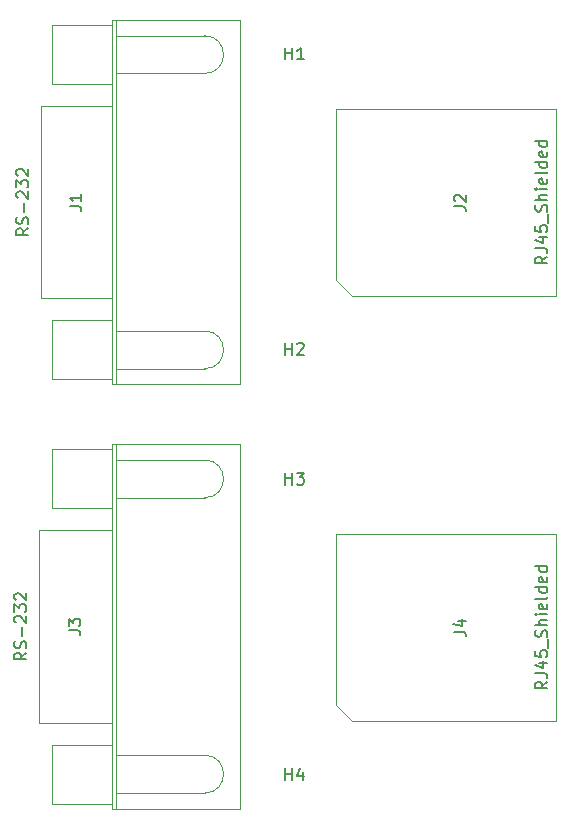
<source format=gbr>
%TF.GenerationSoftware,KiCad,Pcbnew,5.1.9+dfsg1-1~bpo10+1*%
%TF.CreationDate,2021-11-01T14:59:18+00:00*%
%TF.ProjectId,rack-ser-adapter,7261636b-2d73-4657-922d-616461707465,rev?*%
%TF.SameCoordinates,Original*%
%TF.FileFunction,Other,Fab,Top*%
%FSLAX46Y46*%
G04 Gerber Fmt 4.6, Leading zero omitted, Abs format (unit mm)*
G04 Created by KiCad (PCBNEW 5.1.9+dfsg1-1~bpo10+1) date 2021-11-01 14:59:18*
%MOMM*%
%LPD*%
G01*
G04 APERTURE LIST*
%ADD10C,0.100000*%
%ADD11C,0.150000*%
G04 APERTURE END LIST*
D10*
%TO.C,J3*%
X97220000Y-137560000D02*
X104700000Y-137560000D01*
X97220000Y-134360000D02*
X104700000Y-134360000D01*
X97220000Y-112560000D02*
X104700000Y-112560000D01*
X97220000Y-109360000D02*
X104700000Y-109360000D01*
X96820000Y-138460000D02*
X96820000Y-133460000D01*
X91820000Y-138460000D02*
X96820000Y-138460000D01*
X91820000Y-133460000D02*
X91820000Y-138460000D01*
X96820000Y-133460000D02*
X91820000Y-133460000D01*
X96820000Y-113460000D02*
X96820000Y-108460000D01*
X91820000Y-113460000D02*
X96820000Y-113460000D01*
X91820000Y-108460000D02*
X91820000Y-113460000D01*
X96820000Y-108460000D02*
X91820000Y-108460000D01*
X96820000Y-131610000D02*
X96820000Y-115310000D01*
X90650000Y-131610000D02*
X96820000Y-131610000D01*
X90650000Y-115310000D02*
X90650000Y-131610000D01*
X96820000Y-115310000D02*
X90650000Y-115310000D01*
X97220000Y-138885000D02*
X97220000Y-108035000D01*
X96820000Y-138885000D02*
X97220000Y-138885000D01*
X96820000Y-108035000D02*
X96820000Y-138885000D01*
X97220000Y-108035000D02*
X96820000Y-108035000D01*
X107700000Y-138885000D02*
X107700000Y-108035000D01*
X97220000Y-138885000D02*
X107700000Y-138885000D01*
X97220000Y-108035000D02*
X97220000Y-138885000D01*
X107700000Y-108035000D02*
X97220000Y-108035000D01*
X104700000Y-112560000D02*
G75*
G03*
X104700000Y-109360000I0J1600000D01*
G01*
X104700000Y-137560000D02*
G75*
G03*
X104700000Y-134360000I0J1600000D01*
G01*
%TO.C,J2*%
X117160000Y-95455000D02*
X115830000Y-94125000D01*
X134480000Y-79655000D02*
X134480000Y-95455000D01*
X134480000Y-79655000D02*
X115830000Y-79655000D01*
X115830000Y-79655000D02*
X115830000Y-94125000D01*
X117160000Y-95455000D02*
X134480000Y-95455000D01*
%TO.C,J1*%
X97220000Y-101640000D02*
X104700000Y-101640000D01*
X97220000Y-98440000D02*
X104700000Y-98440000D01*
X97220000Y-76640000D02*
X104700000Y-76640000D01*
X97220000Y-73440000D02*
X104700000Y-73440000D01*
X96820000Y-102540000D02*
X96820000Y-97540000D01*
X91820000Y-102540000D02*
X96820000Y-102540000D01*
X91820000Y-97540000D02*
X91820000Y-102540000D01*
X96820000Y-97540000D02*
X91820000Y-97540000D01*
X96820000Y-77540000D02*
X96820000Y-72540000D01*
X91820000Y-77540000D02*
X96820000Y-77540000D01*
X91820000Y-72540000D02*
X91820000Y-77540000D01*
X96820000Y-72540000D02*
X91820000Y-72540000D01*
X96820000Y-95690000D02*
X96820000Y-79390000D01*
X90820000Y-95690000D02*
X96820000Y-95690000D01*
X90820000Y-79390000D02*
X90820000Y-95690000D01*
X96820000Y-79390000D02*
X90820000Y-79390000D01*
X97220000Y-102965000D02*
X97220000Y-72115000D01*
X96820000Y-102965000D02*
X97220000Y-102965000D01*
X96820000Y-72115000D02*
X96820000Y-102965000D01*
X97220000Y-72115000D02*
X96820000Y-72115000D01*
X107700000Y-102965000D02*
X107700000Y-72115000D01*
X97220000Y-102965000D02*
X107700000Y-102965000D01*
X97220000Y-72115000D02*
X97220000Y-102965000D01*
X107700000Y-72115000D02*
X97220000Y-72115000D01*
X104700000Y-76640000D02*
G75*
G03*
X104700000Y-73440000I0J1600000D01*
G01*
X104700000Y-101640000D02*
G75*
G03*
X104700000Y-98440000I0J1600000D01*
G01*
%TO.C,J4*%
X117160000Y-131455000D02*
X115830000Y-130125000D01*
X134480000Y-115655000D02*
X134480000Y-131455000D01*
X134480000Y-115655000D02*
X115830000Y-115655000D01*
X115830000Y-115655000D02*
X115830000Y-130125000D01*
X117160000Y-131455000D02*
X134480000Y-131455000D01*
%TD*%
%TO.C,J3*%
D11*
X89602380Y-125674285D02*
X89126190Y-126007619D01*
X89602380Y-126245714D02*
X88602380Y-126245714D01*
X88602380Y-125864761D01*
X88650000Y-125769523D01*
X88697619Y-125721904D01*
X88792857Y-125674285D01*
X88935714Y-125674285D01*
X89030952Y-125721904D01*
X89078571Y-125769523D01*
X89126190Y-125864761D01*
X89126190Y-126245714D01*
X89554761Y-125293333D02*
X89602380Y-125150476D01*
X89602380Y-124912380D01*
X89554761Y-124817142D01*
X89507142Y-124769523D01*
X89411904Y-124721904D01*
X89316666Y-124721904D01*
X89221428Y-124769523D01*
X89173809Y-124817142D01*
X89126190Y-124912380D01*
X89078571Y-125102857D01*
X89030952Y-125198095D01*
X88983333Y-125245714D01*
X88888095Y-125293333D01*
X88792857Y-125293333D01*
X88697619Y-125245714D01*
X88650000Y-125198095D01*
X88602380Y-125102857D01*
X88602380Y-124864761D01*
X88650000Y-124721904D01*
X89221428Y-124293333D02*
X89221428Y-123531428D01*
X88697619Y-123102857D02*
X88650000Y-123055238D01*
X88602380Y-122960000D01*
X88602380Y-122721904D01*
X88650000Y-122626666D01*
X88697619Y-122579047D01*
X88792857Y-122531428D01*
X88888095Y-122531428D01*
X89030952Y-122579047D01*
X89602380Y-123150476D01*
X89602380Y-122531428D01*
X88602380Y-122198095D02*
X88602380Y-121579047D01*
X88983333Y-121912380D01*
X88983333Y-121769523D01*
X89030952Y-121674285D01*
X89078571Y-121626666D01*
X89173809Y-121579047D01*
X89411904Y-121579047D01*
X89507142Y-121626666D01*
X89554761Y-121674285D01*
X89602380Y-121769523D01*
X89602380Y-122055238D01*
X89554761Y-122150476D01*
X89507142Y-122198095D01*
X88697619Y-121198095D02*
X88650000Y-121150476D01*
X88602380Y-121055238D01*
X88602380Y-120817142D01*
X88650000Y-120721904D01*
X88697619Y-120674285D01*
X88792857Y-120626666D01*
X88888095Y-120626666D01*
X89030952Y-120674285D01*
X89602380Y-121245714D01*
X89602380Y-120626666D01*
X93187380Y-123793333D02*
X93901666Y-123793333D01*
X94044523Y-123840952D01*
X94139761Y-123936190D01*
X94187380Y-124079047D01*
X94187380Y-124174285D01*
X93187380Y-123412380D02*
X93187380Y-122793333D01*
X93568333Y-123126666D01*
X93568333Y-122983809D01*
X93615952Y-122888571D01*
X93663571Y-122840952D01*
X93758809Y-122793333D01*
X93996904Y-122793333D01*
X94092142Y-122840952D01*
X94139761Y-122888571D01*
X94187380Y-122983809D01*
X94187380Y-123269523D01*
X94139761Y-123364761D01*
X94092142Y-123412380D01*
%TO.C,J2*%
X133712380Y-92140238D02*
X133236190Y-92473571D01*
X133712380Y-92711666D02*
X132712380Y-92711666D01*
X132712380Y-92330714D01*
X132760000Y-92235476D01*
X132807619Y-92187857D01*
X132902857Y-92140238D01*
X133045714Y-92140238D01*
X133140952Y-92187857D01*
X133188571Y-92235476D01*
X133236190Y-92330714D01*
X133236190Y-92711666D01*
X132712380Y-91425952D02*
X133426666Y-91425952D01*
X133569523Y-91473571D01*
X133664761Y-91568809D01*
X133712380Y-91711666D01*
X133712380Y-91806904D01*
X133045714Y-90521190D02*
X133712380Y-90521190D01*
X132664761Y-90759285D02*
X133379047Y-90997380D01*
X133379047Y-90378333D01*
X132712380Y-89521190D02*
X132712380Y-89997380D01*
X133188571Y-90045000D01*
X133140952Y-89997380D01*
X133093333Y-89902142D01*
X133093333Y-89664047D01*
X133140952Y-89568809D01*
X133188571Y-89521190D01*
X133283809Y-89473571D01*
X133521904Y-89473571D01*
X133617142Y-89521190D01*
X133664761Y-89568809D01*
X133712380Y-89664047D01*
X133712380Y-89902142D01*
X133664761Y-89997380D01*
X133617142Y-90045000D01*
X133807619Y-89283095D02*
X133807619Y-88521190D01*
X133664761Y-88330714D02*
X133712380Y-88187857D01*
X133712380Y-87949761D01*
X133664761Y-87854523D01*
X133617142Y-87806904D01*
X133521904Y-87759285D01*
X133426666Y-87759285D01*
X133331428Y-87806904D01*
X133283809Y-87854523D01*
X133236190Y-87949761D01*
X133188571Y-88140238D01*
X133140952Y-88235476D01*
X133093333Y-88283095D01*
X132998095Y-88330714D01*
X132902857Y-88330714D01*
X132807619Y-88283095D01*
X132760000Y-88235476D01*
X132712380Y-88140238D01*
X132712380Y-87902142D01*
X132760000Y-87759285D01*
X133712380Y-87330714D02*
X132712380Y-87330714D01*
X133712380Y-86902142D02*
X133188571Y-86902142D01*
X133093333Y-86949761D01*
X133045714Y-87045000D01*
X133045714Y-87187857D01*
X133093333Y-87283095D01*
X133140952Y-87330714D01*
X133712380Y-86425952D02*
X133045714Y-86425952D01*
X132712380Y-86425952D02*
X132760000Y-86473571D01*
X132807619Y-86425952D01*
X132760000Y-86378333D01*
X132712380Y-86425952D01*
X132807619Y-86425952D01*
X133664761Y-85568809D02*
X133712380Y-85664047D01*
X133712380Y-85854523D01*
X133664761Y-85949761D01*
X133569523Y-85997380D01*
X133188571Y-85997380D01*
X133093333Y-85949761D01*
X133045714Y-85854523D01*
X133045714Y-85664047D01*
X133093333Y-85568809D01*
X133188571Y-85521190D01*
X133283809Y-85521190D01*
X133379047Y-85997380D01*
X133712380Y-84949761D02*
X133664761Y-85045000D01*
X133569523Y-85092619D01*
X132712380Y-85092619D01*
X133712380Y-84140238D02*
X132712380Y-84140238D01*
X133664761Y-84140238D02*
X133712380Y-84235476D01*
X133712380Y-84425952D01*
X133664761Y-84521190D01*
X133617142Y-84568809D01*
X133521904Y-84616428D01*
X133236190Y-84616428D01*
X133140952Y-84568809D01*
X133093333Y-84521190D01*
X133045714Y-84425952D01*
X133045714Y-84235476D01*
X133093333Y-84140238D01*
X133664761Y-83283095D02*
X133712380Y-83378333D01*
X133712380Y-83568809D01*
X133664761Y-83664047D01*
X133569523Y-83711666D01*
X133188571Y-83711666D01*
X133093333Y-83664047D01*
X133045714Y-83568809D01*
X133045714Y-83378333D01*
X133093333Y-83283095D01*
X133188571Y-83235476D01*
X133283809Y-83235476D01*
X133379047Y-83711666D01*
X133712380Y-82378333D02*
X132712380Y-82378333D01*
X133664761Y-82378333D02*
X133712380Y-82473571D01*
X133712380Y-82664047D01*
X133664761Y-82759285D01*
X133617142Y-82806904D01*
X133521904Y-82854523D01*
X133236190Y-82854523D01*
X133140952Y-82806904D01*
X133093333Y-82759285D01*
X133045714Y-82664047D01*
X133045714Y-82473571D01*
X133093333Y-82378333D01*
X125812380Y-87888333D02*
X126526666Y-87888333D01*
X126669523Y-87935952D01*
X126764761Y-88031190D01*
X126812380Y-88174047D01*
X126812380Y-88269285D01*
X125907619Y-87459761D02*
X125860000Y-87412142D01*
X125812380Y-87316904D01*
X125812380Y-87078809D01*
X125860000Y-86983571D01*
X125907619Y-86935952D01*
X126002857Y-86888333D01*
X126098095Y-86888333D01*
X126240952Y-86935952D01*
X126812380Y-87507380D01*
X126812380Y-86888333D01*
%TO.C,H1*%
X111538095Y-75452380D02*
X111538095Y-74452380D01*
X111538095Y-74928571D02*
X112109523Y-74928571D01*
X112109523Y-75452380D02*
X112109523Y-74452380D01*
X113109523Y-75452380D02*
X112538095Y-75452380D01*
X112823809Y-75452380D02*
X112823809Y-74452380D01*
X112728571Y-74595238D01*
X112633333Y-74690476D01*
X112538095Y-74738095D01*
%TO.C,H2*%
X111538095Y-100452380D02*
X111538095Y-99452380D01*
X111538095Y-99928571D02*
X112109523Y-99928571D01*
X112109523Y-100452380D02*
X112109523Y-99452380D01*
X112538095Y-99547619D02*
X112585714Y-99500000D01*
X112680952Y-99452380D01*
X112919047Y-99452380D01*
X113014285Y-99500000D01*
X113061904Y-99547619D01*
X113109523Y-99642857D01*
X113109523Y-99738095D01*
X113061904Y-99880952D01*
X112490476Y-100452380D01*
X113109523Y-100452380D01*
%TO.C,J1*%
X89772380Y-89754285D02*
X89296190Y-90087619D01*
X89772380Y-90325714D02*
X88772380Y-90325714D01*
X88772380Y-89944761D01*
X88820000Y-89849523D01*
X88867619Y-89801904D01*
X88962857Y-89754285D01*
X89105714Y-89754285D01*
X89200952Y-89801904D01*
X89248571Y-89849523D01*
X89296190Y-89944761D01*
X89296190Y-90325714D01*
X89724761Y-89373333D02*
X89772380Y-89230476D01*
X89772380Y-88992380D01*
X89724761Y-88897142D01*
X89677142Y-88849523D01*
X89581904Y-88801904D01*
X89486666Y-88801904D01*
X89391428Y-88849523D01*
X89343809Y-88897142D01*
X89296190Y-88992380D01*
X89248571Y-89182857D01*
X89200952Y-89278095D01*
X89153333Y-89325714D01*
X89058095Y-89373333D01*
X88962857Y-89373333D01*
X88867619Y-89325714D01*
X88820000Y-89278095D01*
X88772380Y-89182857D01*
X88772380Y-88944761D01*
X88820000Y-88801904D01*
X89391428Y-88373333D02*
X89391428Y-87611428D01*
X88867619Y-87182857D02*
X88820000Y-87135238D01*
X88772380Y-87040000D01*
X88772380Y-86801904D01*
X88820000Y-86706666D01*
X88867619Y-86659047D01*
X88962857Y-86611428D01*
X89058095Y-86611428D01*
X89200952Y-86659047D01*
X89772380Y-87230476D01*
X89772380Y-86611428D01*
X88772380Y-86278095D02*
X88772380Y-85659047D01*
X89153333Y-85992380D01*
X89153333Y-85849523D01*
X89200952Y-85754285D01*
X89248571Y-85706666D01*
X89343809Y-85659047D01*
X89581904Y-85659047D01*
X89677142Y-85706666D01*
X89724761Y-85754285D01*
X89772380Y-85849523D01*
X89772380Y-86135238D01*
X89724761Y-86230476D01*
X89677142Y-86278095D01*
X88867619Y-85278095D02*
X88820000Y-85230476D01*
X88772380Y-85135238D01*
X88772380Y-84897142D01*
X88820000Y-84801904D01*
X88867619Y-84754285D01*
X88962857Y-84706666D01*
X89058095Y-84706666D01*
X89200952Y-84754285D01*
X89772380Y-85325714D01*
X89772380Y-84706666D01*
X93272380Y-87873333D02*
X93986666Y-87873333D01*
X94129523Y-87920952D01*
X94224761Y-88016190D01*
X94272380Y-88159047D01*
X94272380Y-88254285D01*
X94272380Y-86873333D02*
X94272380Y-87444761D01*
X94272380Y-87159047D02*
X93272380Y-87159047D01*
X93415238Y-87254285D01*
X93510476Y-87349523D01*
X93558095Y-87444761D01*
%TO.C,H3*%
X111538095Y-111452380D02*
X111538095Y-110452380D01*
X111538095Y-110928571D02*
X112109523Y-110928571D01*
X112109523Y-111452380D02*
X112109523Y-110452380D01*
X112490476Y-110452380D02*
X113109523Y-110452380D01*
X112776190Y-110833333D01*
X112919047Y-110833333D01*
X113014285Y-110880952D01*
X113061904Y-110928571D01*
X113109523Y-111023809D01*
X113109523Y-111261904D01*
X113061904Y-111357142D01*
X113014285Y-111404761D01*
X112919047Y-111452380D01*
X112633333Y-111452380D01*
X112538095Y-111404761D01*
X112490476Y-111357142D01*
%TO.C,H4*%
X111538095Y-136452380D02*
X111538095Y-135452380D01*
X111538095Y-135928571D02*
X112109523Y-135928571D01*
X112109523Y-136452380D02*
X112109523Y-135452380D01*
X113014285Y-135785714D02*
X113014285Y-136452380D01*
X112776190Y-135404761D02*
X112538095Y-136119047D01*
X113157142Y-136119047D01*
%TO.C,J4*%
X133712380Y-128140238D02*
X133236190Y-128473571D01*
X133712380Y-128711666D02*
X132712380Y-128711666D01*
X132712380Y-128330714D01*
X132760000Y-128235476D01*
X132807619Y-128187857D01*
X132902857Y-128140238D01*
X133045714Y-128140238D01*
X133140952Y-128187857D01*
X133188571Y-128235476D01*
X133236190Y-128330714D01*
X133236190Y-128711666D01*
X132712380Y-127425952D02*
X133426666Y-127425952D01*
X133569523Y-127473571D01*
X133664761Y-127568809D01*
X133712380Y-127711666D01*
X133712380Y-127806904D01*
X133045714Y-126521190D02*
X133712380Y-126521190D01*
X132664761Y-126759285D02*
X133379047Y-126997380D01*
X133379047Y-126378333D01*
X132712380Y-125521190D02*
X132712380Y-125997380D01*
X133188571Y-126045000D01*
X133140952Y-125997380D01*
X133093333Y-125902142D01*
X133093333Y-125664047D01*
X133140952Y-125568809D01*
X133188571Y-125521190D01*
X133283809Y-125473571D01*
X133521904Y-125473571D01*
X133617142Y-125521190D01*
X133664761Y-125568809D01*
X133712380Y-125664047D01*
X133712380Y-125902142D01*
X133664761Y-125997380D01*
X133617142Y-126045000D01*
X133807619Y-125283095D02*
X133807619Y-124521190D01*
X133664761Y-124330714D02*
X133712380Y-124187857D01*
X133712380Y-123949761D01*
X133664761Y-123854523D01*
X133617142Y-123806904D01*
X133521904Y-123759285D01*
X133426666Y-123759285D01*
X133331428Y-123806904D01*
X133283809Y-123854523D01*
X133236190Y-123949761D01*
X133188571Y-124140238D01*
X133140952Y-124235476D01*
X133093333Y-124283095D01*
X132998095Y-124330714D01*
X132902857Y-124330714D01*
X132807619Y-124283095D01*
X132760000Y-124235476D01*
X132712380Y-124140238D01*
X132712380Y-123902142D01*
X132760000Y-123759285D01*
X133712380Y-123330714D02*
X132712380Y-123330714D01*
X133712380Y-122902142D02*
X133188571Y-122902142D01*
X133093333Y-122949761D01*
X133045714Y-123045000D01*
X133045714Y-123187857D01*
X133093333Y-123283095D01*
X133140952Y-123330714D01*
X133712380Y-122425952D02*
X133045714Y-122425952D01*
X132712380Y-122425952D02*
X132760000Y-122473571D01*
X132807619Y-122425952D01*
X132760000Y-122378333D01*
X132712380Y-122425952D01*
X132807619Y-122425952D01*
X133664761Y-121568809D02*
X133712380Y-121664047D01*
X133712380Y-121854523D01*
X133664761Y-121949761D01*
X133569523Y-121997380D01*
X133188571Y-121997380D01*
X133093333Y-121949761D01*
X133045714Y-121854523D01*
X133045714Y-121664047D01*
X133093333Y-121568809D01*
X133188571Y-121521190D01*
X133283809Y-121521190D01*
X133379047Y-121997380D01*
X133712380Y-120949761D02*
X133664761Y-121045000D01*
X133569523Y-121092619D01*
X132712380Y-121092619D01*
X133712380Y-120140238D02*
X132712380Y-120140238D01*
X133664761Y-120140238D02*
X133712380Y-120235476D01*
X133712380Y-120425952D01*
X133664761Y-120521190D01*
X133617142Y-120568809D01*
X133521904Y-120616428D01*
X133236190Y-120616428D01*
X133140952Y-120568809D01*
X133093333Y-120521190D01*
X133045714Y-120425952D01*
X133045714Y-120235476D01*
X133093333Y-120140238D01*
X133664761Y-119283095D02*
X133712380Y-119378333D01*
X133712380Y-119568809D01*
X133664761Y-119664047D01*
X133569523Y-119711666D01*
X133188571Y-119711666D01*
X133093333Y-119664047D01*
X133045714Y-119568809D01*
X133045714Y-119378333D01*
X133093333Y-119283095D01*
X133188571Y-119235476D01*
X133283809Y-119235476D01*
X133379047Y-119711666D01*
X133712380Y-118378333D02*
X132712380Y-118378333D01*
X133664761Y-118378333D02*
X133712380Y-118473571D01*
X133712380Y-118664047D01*
X133664761Y-118759285D01*
X133617142Y-118806904D01*
X133521904Y-118854523D01*
X133236190Y-118854523D01*
X133140952Y-118806904D01*
X133093333Y-118759285D01*
X133045714Y-118664047D01*
X133045714Y-118473571D01*
X133093333Y-118378333D01*
X125812380Y-123888333D02*
X126526666Y-123888333D01*
X126669523Y-123935952D01*
X126764761Y-124031190D01*
X126812380Y-124174047D01*
X126812380Y-124269285D01*
X126145714Y-122983571D02*
X126812380Y-122983571D01*
X125764761Y-123221666D02*
X126479047Y-123459761D01*
X126479047Y-122840714D01*
%TD*%
M02*

</source>
